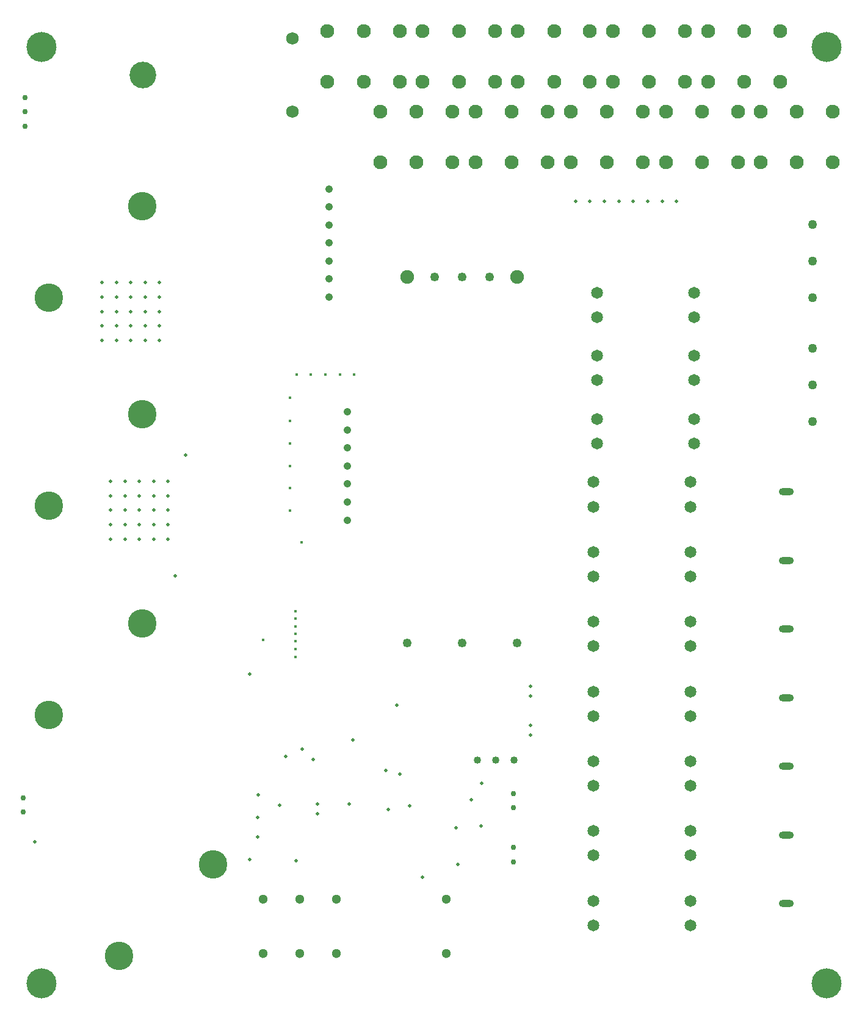
<source format=gbr>
%FSTAX23Y23*%
%MOIN*%
%SFA1B1*%

%IPPOS*%
%ADD113C,0.050000*%
%ADD114C,0.030000*%
%ADD115C,0.065000*%
%ADD116O,0.082677X0.039370*%
%ADD117C,0.051181*%
%ADD118C,0.049213*%
%ADD119C,0.074803*%
%ADD120C,0.145669*%
%ADD121C,0.068898*%
%ADD122C,0.040000*%
%ADD123C,0.075984*%
%ADD124C,0.155905*%
%ADD125C,0.041339*%
%ADD126C,0.164000*%
%ADD127C,0.164000*%
%ADD128C,0.164000*%
%ADD129C,0.164000*%
%ADD130C,0.019685*%
%ADD131C,0.015748*%
%LNpms_board_pth_drill-1*%
%LPD*%
G54D113*
X04406Y04735D03*
Y04535D03*
Y04935D03*
X04409Y04058D03*
Y03858D03*
Y04258D03*
G54D114*
X02775Y01748D03*
Y01826D03*
X02775Y01452D03*
X02775Y01531D03*
X00106Y05472D03*
Y05551D03*
Y05629D03*
X00098Y01803D03*
Y01724D03*
G54D115*
X03232Y04428D03*
Y04562D03*
X03762Y04428D03*
Y04562D03*
X03232Y04084D03*
Y04218D03*
X03762Y04084D03*
Y04218D03*
X03232Y03738D03*
Y03872D03*
X03762Y03738D03*
Y03872D03*
X0374Y0124D03*
Y01106D03*
X0321Y0124D03*
Y01106D03*
X0374Y01621D03*
Y01487D03*
X0321Y01621D03*
Y01487D03*
X0374Y02383D03*
Y02249D03*
X0321Y02383D03*
Y02249D03*
X0374Y02765D03*
Y02631D03*
X0321Y02765D03*
Y02631D03*
X0374Y03146D03*
Y03012D03*
X0321Y03146D03*
Y03012D03*
Y03393D03*
Y03527D03*
X0374Y03393D03*
Y03527D03*
X0321Y01868D03*
Y02002D03*
X0374Y01868D03*
Y02002D03*
G54D116*
X04263Y03475D03*
Y031D03*
Y02725D03*
Y0235D03*
Y01224D03*
Y01599D03*
Y01974D03*
G54D117*
X01407Y01248D03*
X01807D03*
X01607D03*
X01407Y00953D03*
X01807D03*
X01607D03*
X02407Y01248D03*
Y00953D03*
G54D118*
X02343Y0465D03*
X02643D03*
X02493D03*
X02793Y0265D03*
X02493D03*
X02193D03*
G54D119*
X02193Y0465D03*
X02793D03*
G54D120*
X00751Y05752D03*
G54D121*
X01566Y05952D03*
Y05552D03*
G54D122*
X02777Y02007D03*
X02577D03*
X02677D03*
G54D123*
X04519Y05275D03*
X04322D03*
X04125D03*
Y05551D03*
X04322D03*
X04519D03*
X04232Y05716D03*
X04035D03*
X03838D03*
Y05992D03*
X04035D03*
X04232D03*
X04Y05275D03*
X03803D03*
X03606D03*
Y05551D03*
X03803D03*
X04D03*
X03712Y05716D03*
X03515D03*
X03318D03*
Y05992D03*
X03515D03*
X03712D03*
X0348Y05275D03*
X03283D03*
X03086D03*
Y05551D03*
X03283D03*
X0348D03*
X03192Y05716D03*
X02996D03*
X02799D03*
Y05992D03*
X02996D03*
X03192D03*
X0296Y05275D03*
X02763D03*
X02566D03*
Y05551D03*
X02763D03*
X0296D03*
X02673Y05716D03*
X02476D03*
X02279D03*
Y05992D03*
X02476D03*
X02673D03*
X0244Y05275D03*
X02244D03*
X02047D03*
Y05551D03*
X02244D03*
X0244D03*
X02153Y05716D03*
X01956D03*
X01759D03*
Y05992D03*
X01956D03*
X02153D03*
G54D124*
X00749Y03898D03*
X00237Y03398D03*
X00748Y05035D03*
X00236Y04535D03*
X01134Y01437D03*
X00622Y00937D03*
X00748Y02755D03*
X00236Y02255D03*
G54D125*
X01767Y04736D03*
Y04637D03*
Y04539D03*
Y04834D03*
Y04933D03*
Y05031D03*
Y05129D03*
X01868Y03517D03*
Y03418D03*
Y0332D03*
Y03615D03*
Y03714D03*
Y03812D03*
Y03911D03*
G54D126*
X04484Y05905D03*
G54D127*
X04484Y00787D03*
G54D128*
X00196Y00787D03*
G54D129*
X00196Y05905D03*
G54D130*
X02602Y01881D03*
X01334Y01464D03*
X00161Y01562D03*
X02472Y01437D03*
X01334Y0248D03*
X01897Y02118D03*
X01531Y02029D03*
X01496Y01763D03*
X01704Y01716D03*
X01381Y01818D03*
X02137Y02307D03*
X00985Y03674D03*
X00842Y04539D03*
X00763D03*
X00685D03*
X00842Y04381D03*
X00763D03*
X00685D03*
Y04618D03*
X00842D03*
X00527Y04539D03*
X00606D03*
Y04381D03*
X00527Y04303D03*
Y04618D03*
X00763Y0446D03*
X00842Y04303D03*
X00763D03*
X00606Y04618D03*
Y0446D03*
X00527Y04381D03*
X00606Y04303D03*
X00685D03*
X00842Y0446D03*
X00527D03*
X00763Y04618D03*
X00685Y0446D03*
X00889Y03295D03*
X00732Y03216D03*
Y03295D03*
X00574Y03216D03*
Y03295D03*
X00653D03*
Y03216D03*
X00889D03*
X00811D03*
Y03295D03*
X00929Y03015D03*
X02866Y02145D03*
Y02413D03*
Y02358D03*
X02078Y01952D03*
X01377Y0159D03*
X02866Y022D03*
X01681Y02011D03*
X00889Y03531D03*
Y03452D03*
Y03374D03*
X00574D03*
X00653D03*
X00732D03*
X00811D03*
X00732Y03452D03*
X00811D03*
X00732Y03531D03*
X00811D03*
X00574Y03452D03*
X00653D03*
Y03531D03*
X00574D03*
X01622Y0207D03*
X03429Y05062D03*
X03507D03*
X03665D03*
X03586D03*
X03271D03*
X0335D03*
X03192D03*
X03114D03*
X01377Y01696D03*
X02543Y01791D03*
X01586Y0146D03*
X02598Y01649D03*
X02153Y01933D03*
X0209Y0174D03*
X02279Y0137D03*
X0246Y01637D03*
X02208Y01759D03*
X01704Y01767D03*
X01877D03*
G54D131*
X01409Y02665D03*
X01618Y032D03*
X01584Y02822D03*
X01905Y04114D03*
X01826D03*
X01748D03*
X01669D03*
X0159D03*
X01553Y03372D03*
X01554Y03495D03*
X01553Y03616D03*
X01554Y03739D03*
Y03861D03*
X01553Y03988D03*
X01584Y0274D03*
Y02781D03*
Y02698D03*
Y02657D03*
Y02614D03*
Y02572D03*
M02*
</source>
